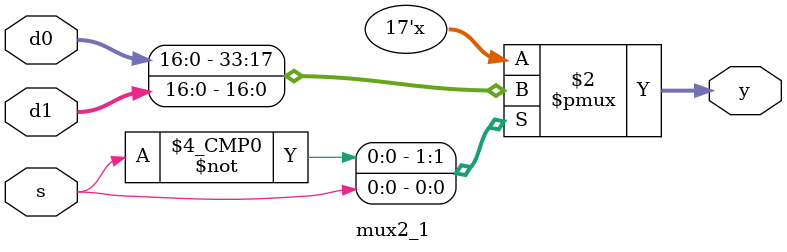
<source format=sv>
module mux2_1
	#(parameter width = 17)
	 (input  logic [width-1:0] d0, d1,
	  input  logic s, 
	  output logic [width-1:0] y);
	 
	 always_comb 
	 begin
			unique case(s)
			1'b0: y = d0;
			1'b1: y = d1;
			endcase
	 end
endmodule
</source>
